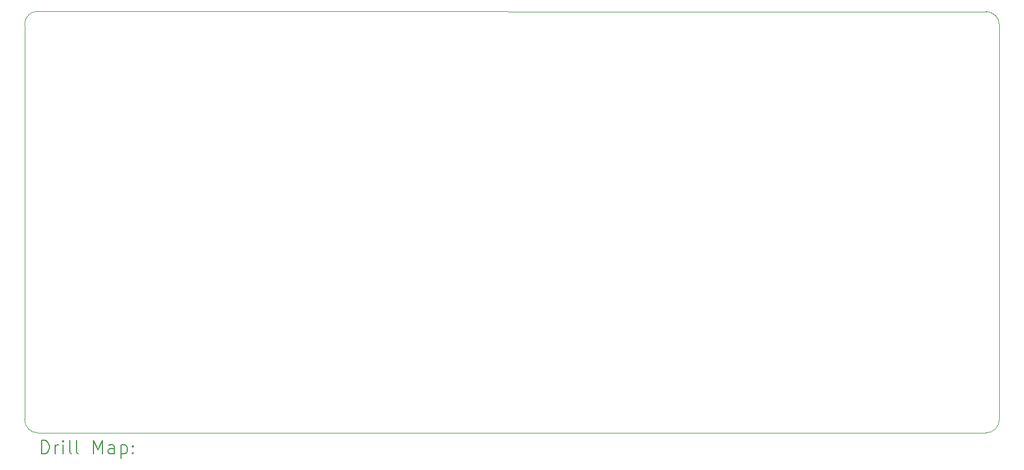
<source format=gbr>
%TF.GenerationSoftware,KiCad,Pcbnew,8.0.8*%
%TF.CreationDate,2025-09-18T11:40:00+02:00*%
%TF.ProjectId,padv1,70616476-312e-46b6-9963-61645f706362,rev?*%
%TF.SameCoordinates,Original*%
%TF.FileFunction,Drillmap*%
%TF.FilePolarity,Positive*%
%FSLAX45Y45*%
G04 Gerber Fmt 4.5, Leading zero omitted, Abs format (unit mm)*
G04 Created by KiCad (PCBNEW 8.0.8) date 2025-09-18 11:40:00*
%MOMM*%
%LPD*%
G01*
G04 APERTURE LIST*
%ADD10C,0.050000*%
%ADD11C,0.200000*%
G04 APERTURE END LIST*
D10*
X10304995Y-8200063D02*
G75*
G02*
X10505063Y-8000075I199995J-7D01*
G01*
X10504843Y-14350000D02*
X24500000Y-14350000D01*
X24500000Y-14350000D02*
X24765005Y-14350000D01*
X24965005Y-14150005D02*
G75*
G02*
X24765005Y-14350005I-200005J5D01*
G01*
X24765227Y-8004931D02*
G75*
G02*
X24965159Y-8204773I-67J-199999D01*
G01*
X24965005Y-14150005D02*
X24965157Y-8204773D01*
X24765227Y-8004931D02*
X10505063Y-8000068D01*
X10304843Y-14150157D02*
X10304995Y-8200063D01*
X10504843Y-14350000D02*
G75*
G02*
X10304840Y-14150157I-3J200000D01*
G01*
D11*
X10563119Y-14663984D02*
X10563119Y-14463984D01*
X10563119Y-14463984D02*
X10610738Y-14463984D01*
X10610738Y-14463984D02*
X10639310Y-14473508D01*
X10639310Y-14473508D02*
X10658358Y-14492555D01*
X10658358Y-14492555D02*
X10667881Y-14511603D01*
X10667881Y-14511603D02*
X10677405Y-14549698D01*
X10677405Y-14549698D02*
X10677405Y-14578269D01*
X10677405Y-14578269D02*
X10667881Y-14616365D01*
X10667881Y-14616365D02*
X10658358Y-14635412D01*
X10658358Y-14635412D02*
X10639310Y-14654460D01*
X10639310Y-14654460D02*
X10610738Y-14663984D01*
X10610738Y-14663984D02*
X10563119Y-14663984D01*
X10763119Y-14663984D02*
X10763119Y-14530650D01*
X10763119Y-14568746D02*
X10772643Y-14549698D01*
X10772643Y-14549698D02*
X10782167Y-14540174D01*
X10782167Y-14540174D02*
X10801215Y-14530650D01*
X10801215Y-14530650D02*
X10820262Y-14530650D01*
X10886929Y-14663984D02*
X10886929Y-14530650D01*
X10886929Y-14463984D02*
X10877405Y-14473508D01*
X10877405Y-14473508D02*
X10886929Y-14483031D01*
X10886929Y-14483031D02*
X10896453Y-14473508D01*
X10896453Y-14473508D02*
X10886929Y-14463984D01*
X10886929Y-14463984D02*
X10886929Y-14483031D01*
X11010738Y-14663984D02*
X10991691Y-14654460D01*
X10991691Y-14654460D02*
X10982167Y-14635412D01*
X10982167Y-14635412D02*
X10982167Y-14463984D01*
X11115500Y-14663984D02*
X11096453Y-14654460D01*
X11096453Y-14654460D02*
X11086929Y-14635412D01*
X11086929Y-14635412D02*
X11086929Y-14463984D01*
X11344072Y-14663984D02*
X11344072Y-14463984D01*
X11344072Y-14463984D02*
X11410738Y-14606841D01*
X11410738Y-14606841D02*
X11477405Y-14463984D01*
X11477405Y-14463984D02*
X11477405Y-14663984D01*
X11658357Y-14663984D02*
X11658357Y-14559222D01*
X11658357Y-14559222D02*
X11648834Y-14540174D01*
X11648834Y-14540174D02*
X11629786Y-14530650D01*
X11629786Y-14530650D02*
X11591691Y-14530650D01*
X11591691Y-14530650D02*
X11572643Y-14540174D01*
X11658357Y-14654460D02*
X11639310Y-14663984D01*
X11639310Y-14663984D02*
X11591691Y-14663984D01*
X11591691Y-14663984D02*
X11572643Y-14654460D01*
X11572643Y-14654460D02*
X11563119Y-14635412D01*
X11563119Y-14635412D02*
X11563119Y-14616365D01*
X11563119Y-14616365D02*
X11572643Y-14597317D01*
X11572643Y-14597317D02*
X11591691Y-14587793D01*
X11591691Y-14587793D02*
X11639310Y-14587793D01*
X11639310Y-14587793D02*
X11658357Y-14578269D01*
X11753596Y-14530650D02*
X11753596Y-14730650D01*
X11753596Y-14540174D02*
X11772643Y-14530650D01*
X11772643Y-14530650D02*
X11810738Y-14530650D01*
X11810738Y-14530650D02*
X11829786Y-14540174D01*
X11829786Y-14540174D02*
X11839310Y-14549698D01*
X11839310Y-14549698D02*
X11848834Y-14568746D01*
X11848834Y-14568746D02*
X11848834Y-14625888D01*
X11848834Y-14625888D02*
X11839310Y-14644936D01*
X11839310Y-14644936D02*
X11829786Y-14654460D01*
X11829786Y-14654460D02*
X11810738Y-14663984D01*
X11810738Y-14663984D02*
X11772643Y-14663984D01*
X11772643Y-14663984D02*
X11753596Y-14654460D01*
X11934548Y-14644936D02*
X11944072Y-14654460D01*
X11944072Y-14654460D02*
X11934548Y-14663984D01*
X11934548Y-14663984D02*
X11925024Y-14654460D01*
X11925024Y-14654460D02*
X11934548Y-14644936D01*
X11934548Y-14644936D02*
X11934548Y-14663984D01*
X11934548Y-14540174D02*
X11944072Y-14549698D01*
X11944072Y-14549698D02*
X11934548Y-14559222D01*
X11934548Y-14559222D02*
X11925024Y-14549698D01*
X11925024Y-14549698D02*
X11934548Y-14540174D01*
X11934548Y-14540174D02*
X11934548Y-14559222D01*
M02*

</source>
